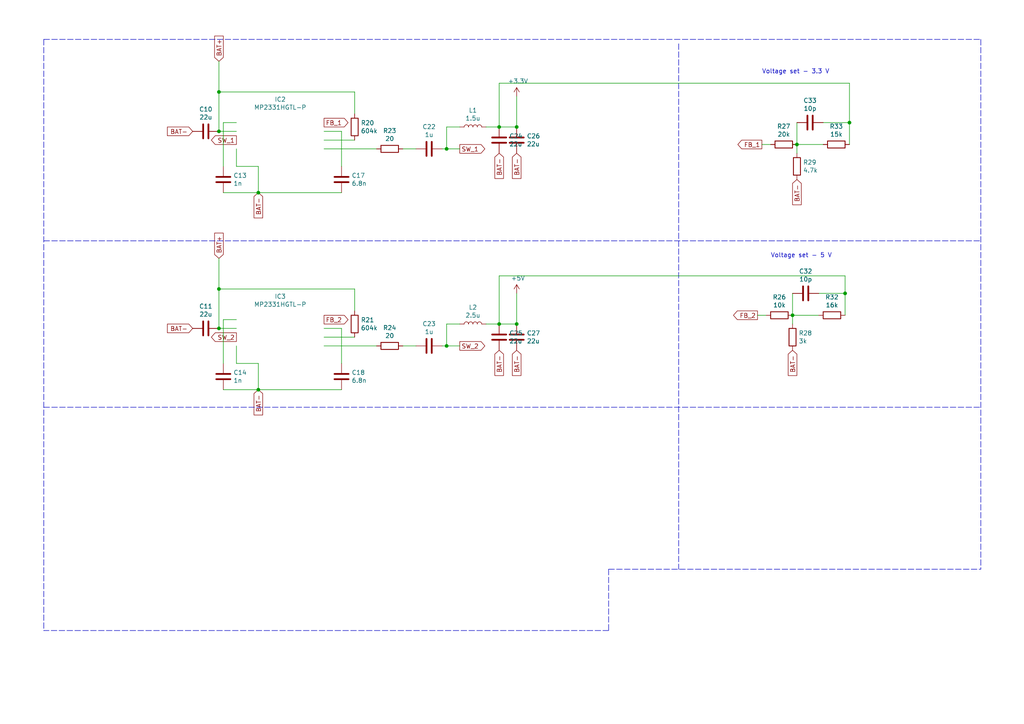
<source format=kicad_sch>
(kicad_sch (version 20211123) (generator eeschema)
  (paper "A4")
  (title_block (title "BMS QUADRUPED") (company "Janicki Bartosz") (comment 1 "v1.0"))
  (lib_symbols
    (symbol "Device:C" (pin_numbers hide) (pin_names (offset 0.254))
      (property "Reference" "C" (at 0.635 2.54 0))
      (property "Value" "C" (at 0.635 -2.54 0))
      (symbol "C_0_1"
        (polyline (pts (xy -2.032 -0.762) (xy 2.032 -0.762)) (stroke (width 0.508)))
        (polyline (pts (xy -2.032 0.762) (xy 2.032 0.762)) (stroke (width 0.508)))
      )
      (symbol "C_1_1"
        (pin passive line (at 0 3.81 270) (length 2.794) (name "~") (number "1"))
        (pin passive line (at 0 -3.81 90) (length 2.794) (name "~") (number "2"))
      )
    )
    (symbol "Device:L" (pin_numbers hide) (pin_names (offset 1.016) hide)
      (property "Reference" "L" (at -1.27 0 90))
      (property "Value" "L" (at 1.905 0 90))
      (symbol "L_0_1"
        (arc (start 0 -2.54) (mid 0.635 -1.905) (end 0 -1.27))
        (arc (start 0 -1.27) (mid 0.635 -0.635) (end 0 0))
        (arc (start 0 0) (mid 0.635 0.635) (end 0 1.27))
        (arc (start 0 1.27) (mid 0.635 1.905) (end 0 2.54))
      )
      (symbol "L_1_1"
        (pin passive line (at 0 3.81 270) (length 1.27) (name "1") (number "1"))
        (pin passive line (at 0 -3.81 90) (length 1.27) (name "2") (number "2"))
      )
    )
    (symbol "Device:R" (pin_numbers hide) (pin_names (offset 0))
      (property "Reference" "R" (at 2.032 0 90))
      (property "Value" "R" (at 0 0 90))
      (symbol "R_0_1"
        (rectangle (start -1.016 -2.54) (end 1.016 2.54) (stroke (width 0.254)))
      )
      (symbol "R_1_1"
        (pin passive line (at 0 3.81 270) (length 1.27) (name "~") (number "1"))
        (pin passive line (at 0 -3.81 90) (length 1.27) (name "~") (number "2"))
      )
    )
    (symbol "power:+3.3V" (power) (pin_names (offset 0))
      (property "Value" "+3.3V" (at 0 3.556 0))
      (symbol "+3.3V_0_1"
        (polyline (pts (xy -0.762 1.27) (xy 0 2.54)))
        (polyline (pts (xy 0 0) (xy 0 2.54)))
        (polyline (pts (xy 0 2.54) (xy 0.762 1.27)))
      )
      (symbol "+3.3V_1_1"
        (pin power_in line (at 0 0 90) (length 0) hide (name "+3.3V") (number "1"))
      )
    )
    (symbol "power:+5V" (power) (pin_names (offset 0))
      (property "Value" "+5V" (at 0 3.556 0))
      (symbol "+5V_0_1"
        (polyline (pts (xy -0.762 1.27) (xy 0 2.54)))
        (polyline (pts (xy 0 0) (xy 0 2.54)))
        (polyline (pts (xy 0 2.54) (xy 0.762 1.27)))
      )
      (symbol "+5V_1_1"
        (pin power_in line (at 0 0 90) (length 0) hide (name "+5V") (number "1"))
      )
    )
  )
  (junction (at 74.93 55.88))
  (junction (at 245.11 85.09))
  (junction (at 63.5 95.25))
  (junction (at 246.38 35.56))
  (junction (at 63.5 83.82))
  (junction (at 74.93 113.03))
  (junction (at 149.86 93.98))
  (junction (at 231.14 41.91))
  (junction (at 144.78 93.98))
  (junction (at 63.5 38.1))
  (junction (at 144.78 36.83))
  (junction (at 129.54 43.18))
  (junction (at 229.87 91.44))
  (junction (at 149.86 36.83))
  (junction (at 63.5 26.67))
  (junction (at 129.54 100.33))
  (wire (pts (xy 74.93 105.41) (xy 74.93 113.03)))
  (wire (pts (xy 68.58 35.56) (xy 64.77 35.56)))
  (wire (pts (xy 237.49 85.09) (xy 245.11 85.09)))
  (wire (pts (xy 144.78 36.83) (xy 149.86 36.83)))
  (wire (pts (xy 63.5 83.82) (xy 63.5 95.25)))
  (polyline (pts (xy 12.7 69.85) (xy 284.48 69.85)))
  (wire (pts (xy 149.86 85.09) (xy 149.86 93.98)))
  (wire (pts (xy 228.6 91.44) (xy 229.87 91.44)))
  (polyline (pts (xy 12.7 118.11) (xy 284.48 118.11)))
  (wire (pts (xy 140.97 93.98) (xy 144.78 93.98)))
  (wire (pts (xy 74.93 113.03) (xy 99.06 113.03)))
  (polyline (pts (xy 176.53 165.1) (xy 176.53 182.88)))
  (wire (pts (xy 64.77 92.71) (xy 64.77 105.41)))
  (wire (pts (xy 99.06 95.25) (xy 93.98 95.25)))
  (wire (pts (xy 93.98 40.64) (xy 102.87 40.64)))
  (wire (pts (xy 140.97 36.83) (xy 144.78 36.83)))
  (wire (pts (xy 102.87 33.02) (xy 102.87 26.67)))
  (wire (pts (xy 246.38 35.56) (xy 246.38 41.91)))
  (wire (pts (xy 68.58 48.26) (xy 74.93 48.26)))
  (wire (pts (xy 63.5 26.67) (xy 63.5 38.1)))
  (wire (pts (xy 74.93 48.26) (xy 74.93 55.88)))
  (wire (pts (xy 63.5 17.78) (xy 63.5 26.67)))
  (wire (pts (xy 129.54 93.98) (xy 133.35 93.98)))
  (wire (pts (xy 229.87 91.44) (xy 229.87 85.09)))
  (wire (pts (xy 238.76 35.56) (xy 246.38 35.56)))
  (wire (pts (xy 144.78 24.13) (xy 246.38 24.13)))
  (wire (pts (xy 63.5 38.1) (xy 68.58 38.1)))
  (wire (pts (xy 68.58 100.33) (xy 68.58 105.41)))
  (wire (pts (xy 99.06 48.26) (xy 99.06 38.1)))
  (wire (pts (xy 68.58 43.18) (xy 68.58 48.26)))
  (wire (pts (xy 149.86 27.94) (xy 149.86 36.83)))
  (polyline (pts (xy 284.48 11.43) (xy 284.48 165.1)))
  (polyline (pts (xy 12.7 11.43) (xy 284.48 11.43)))
  (wire (pts (xy 129.54 100.33) (xy 133.35 100.33)))
  (wire (pts (xy 68.58 105.41) (xy 74.93 105.41)))
  (wire (pts (xy 223.52 41.91) (xy 220.98 41.91)))
  (wire (pts (xy 102.87 90.17) (xy 102.87 83.82)))
  (wire (pts (xy 64.77 55.88) (xy 74.93 55.88)))
  (wire (pts (xy 144.78 36.83) (xy 144.78 24.13)))
  (wire (pts (xy 231.14 41.91) (xy 231.14 35.56)))
  (polyline (pts (xy 176.53 165.1) (xy 284.48 165.1)))
  (wire (pts (xy 144.78 93.98) (xy 149.86 93.98)))
  (wire (pts (xy 93.98 97.79) (xy 102.87 97.79)))
  (wire (pts (xy 129.54 43.18) (xy 129.54 36.83)))
  (wire (pts (xy 246.38 24.13) (xy 246.38 35.56)))
  (wire (pts (xy 64.77 113.03) (xy 74.93 113.03)))
  (wire (pts (xy 231.14 44.45) (xy 231.14 41.91)))
  (wire (pts (xy 128.27 100.33) (xy 129.54 100.33)))
  (wire (pts (xy 64.77 35.56) (xy 64.77 48.26)))
  (wire (pts (xy 74.93 55.88) (xy 99.06 55.88)))
  (wire (pts (xy 129.54 100.33) (xy 129.54 93.98)))
  (wire (pts (xy 129.54 36.83) (xy 133.35 36.83)))
  (wire (pts (xy 229.87 93.98) (xy 229.87 91.44)))
  (wire (pts (xy 245.11 80.01) (xy 245.11 85.09)))
  (wire (pts (xy 93.98 43.18) (xy 109.22 43.18)))
  (polyline (pts (xy 196.85 12.7) (xy 196.85 165.1)))
  (wire (pts (xy 116.84 43.18) (xy 120.65 43.18)))
  (wire (pts (xy 144.78 80.01) (xy 144.78 93.98)))
  (wire (pts (xy 63.5 74.93) (xy 63.5 83.82)))
  (wire (pts (xy 99.06 38.1) (xy 93.98 38.1)))
  (wire (pts (xy 231.14 41.91) (xy 238.76 41.91)))
  (wire (pts (xy 129.54 43.18) (xy 133.35 43.18)))
  (wire (pts (xy 102.87 83.82) (xy 63.5 83.82)))
  (wire (pts (xy 99.06 105.41) (xy 99.06 95.25)))
  (wire (pts (xy 102.87 26.67) (xy 63.5 26.67)))
  (polyline (pts (xy 12.7 11.43) (xy 12.7 182.88)))
  (polyline (pts (xy 176.53 182.88) (xy 12.7 182.88)))
  (wire (pts (xy 222.25 91.44) (xy 219.71 91.44)))
  (wire (pts (xy 245.11 85.09) (xy 245.11 91.44)))
  (wire (pts (xy 93.98 100.33) (xy 109.22 100.33)))
  (wire (pts (xy 116.84 100.33) (xy 120.65 100.33)))
  (wire (pts (xy 63.5 95.25) (xy 68.58 95.25)))
  (wire (pts (xy 229.87 41.91) (xy 231.14 41.91)))
  (wire (pts (xy 144.78 80.01) (xy 245.11 80.01)))
  (wire (pts (xy 229.87 91.44) (xy 237.49 91.44)))
  (wire (pts (xy 68.58 92.71) (xy 64.77 92.71)))
  (wire (pts (xy 128.27 43.18) (xy 129.54 43.18)))
  (text "Voltage set - 5 V" (at 223.52 74.93 0) (effects (font (size 1.27 1.27)) (justify left bottom)))
  (text "Voltage set - 3.3 V\n" (at 220.98 21.59 0) (effects (font (size 1.27 1.27)) (justify left bottom)))
  (global_label "BAT-" (shape input) (at 149.86 44.45 270) (property "Intersheet References" "${INTERSHEET_REFS}" (effects hide)))
  (global_label "BAT-" (shape input) (at 144.78 101.6 270) (property "Intersheet References" "${INTERSHEET_REFS}" (effects hide)))
  (global_label "FB_1" (shape output) (at 93.98 35.56 0) (property "Intersheet References" "${INTERSHEET_REFS}" (effects hide)))
  (global_label "BAT-" (shape input) (at 55.88 38.1 180) (property "Intersheet References" "${INTERSHEET_REFS}" (effects hide)))
  (global_label "BAT-" (shape input) (at 149.86 101.6 270) (property "Intersheet References" "${INTERSHEET_REFS}" (effects hide)))
  (global_label "FB_2" (shape output) (at 93.98 92.71 0) (property "Intersheet References" "${INTERSHEET_REFS}" (effects hide)))
  (global_label "BAT-" (shape input) (at 144.78 44.45 270) (property "Intersheet References" "${INTERSHEET_REFS}" (effects hide)))
  (global_label "SW_1" (shape output) (at 133.35 43.18 0) (property "Intersheet References" "${INTERSHEET_REFS}" (effects hide)))
  (global_label "FB_1" (shape output) (at 220.98 41.91 180) (property "Intersheet References" "${INTERSHEET_REFS}" (effects hide)))
  (global_label "BAT-" (shape input) (at 74.93 55.88 270) (property "Intersheet References" "${INTERSHEET_REFS}" (effects hide)))
  (global_label "SW_2" (shape output) (at 133.35 100.33 0) (property "Intersheet References" "${INTERSHEET_REFS}" (effects hide)))
  (global_label "BAT-" (shape input) (at 74.93 113.03 270) (property "Intersheet References" "${INTERSHEET_REFS}" (effects hide)))
  (global_label "SW_1" (shape output) (at 68.58 40.64 180) (property "Intersheet References" "${INTERSHEET_REFS}" (effects hide)))
  (global_label "FB_2" (shape output) (at 219.71 91.44 180) (property "Intersheet References" "${INTERSHEET_REFS}" (effects hide)))
  (global_label "BAT+" (shape input) (at 63.5 17.78 90) (property "Intersheet References" "${INTERSHEET_REFS}" (effects hide)))
  (global_label "BAT-" (shape input) (at 55.88 95.25 180) (property "Intersheet References" "${INTERSHEET_REFS}" (effects hide)))
  (global_label "BAT-" (shape input) (at 229.87 101.6 270) (property "Intersheet References" "${INTERSHEET_REFS}" (effects hide)))
  (global_label "SW_2" (shape output) (at 68.58 97.79 180) (property "Intersheet References" "${INTERSHEET_REFS}" (effects hide)))
  (global_label "BAT+" (shape input) (at 63.5 74.93 90) (property "Intersheet References" "${INTERSHEET_REFS}" (effects hide)))
  (global_label "BAT-" (shape input) (at 231.14 52.07 270) (property "Intersheet References" "${INTERSHEET_REFS}" (effects hide)))
  (symbol (lib_id "BMS_quadroped-rescue:MP2331HGTL-P-MP2331HGTL-P") (at 68.58 35.56 0) (unit 1)
    (property "Reference" "IC2" (at 81.28 28.829 0))
    (property "Value" "MP2331HGTL-P" (at 81.28 31.1404 0))
    (property "Footprint" "SamacSys_Parts:MP2331HGTLP" (effects hide))
    (property "Description" "Switching Voltage Regulators High-Efficiency, 2A, 24V, 1200kHz, Synchronous, Step-Down Converter" (effects hide))
    (property "Height" "0.6" (effects hide))
    (property "Mouser Part Number" "946-MP2331HGTL-P" (effects hide))
    (property "Mouser Price/Stock" "https://www.mouser.co.uk/ProductDetail/Monolithic-Power-Systems-MPS/MP2331HGTL-P?qs=%252B6g0mu59x7Ij5sy9rXVbTg%3D%3D" (effects hide))
    (property "Manufacturer_Name" "Monolithic Power Systems (MPS)" (effects hide))
    (property "Manufacturer_Part_Number" "MP2331HGTL-P" (effects hide))
  )
  (symbol (lib_id "Device:R") (at 102.87 36.83 0) (unit 1)
    (property "Reference" "R20" (at 104.648 35.6616 0) (effects (justify left)))
    (property "Value" "604k" (at 104.648 37.973 0) (effects (justify left)))
    (property "Footprint" "Resistor_SMD:R_0805_2012Metric" (effects hide))
  )
  (symbol (lib_id "Device:C") (at 99.06 52.07 0) (unit 1)
    (property "Reference" "C17" (at 101.981 50.9016 0) (effects (justify left)))
    (property "Value" "6.8n" (at 101.981 53.213 0) (effects (justify left)))
    (property "Footprint" "Capacitor_SMD:C_0805_2012Metric_Pad1.18x1.45mm_HandSolder" (effects hide))
  )
  (symbol (lib_id "Device:C") (at 64.77 52.07 0) (unit 1)
    (property "Reference" "C13" (at 67.691 50.9016 0) (effects (justify left)))
    (property "Value" "1n" (at 67.691 53.213 0) (effects (justify left)))
    (property "Footprint" "Capacitor_SMD:C_0805_2012Metric_Pad1.18x1.45mm_HandSolder" (effects hide))
  )
  (symbol (lib_id "Device:C") (at 59.69 38.1 270) (unit 1)
    (property "Reference" "C10" (at 59.69 31.6992 90))
    (property "Value" "22u" (at 59.69 34.0106 90))
    (property "Footprint" "Capacitor_SMD:C_0805_2012Metric_Pad1.18x1.45mm_HandSolder" (effects hide))
  )
  (symbol (lib_id "Device:R") (at 113.03 43.18 270) (unit 1)
    (property "Reference" "R23" (at 113.03 37.9222 90))
    (property "Value" "20" (at 113.03 40.2336 90))
    (property "Footprint" "Resistor_SMD:R_0805_2012Metric" (effects hide))
  )
  (symbol (lib_id "Device:C") (at 124.46 43.18 270) (unit 1)
    (property "Reference" "C22" (at 124.46 36.7792 90))
    (property "Value" "1u" (at 124.46 39.0906 90))
    (property "Footprint" "Capacitor_SMD:C_0805_2012Metric_Pad1.18x1.45mm_HandSolder" (effects hide))
  )
  (symbol (lib_id "Device:L") (at 137.16 36.83 90) (unit 1)
    (property "Reference" "L1" (at 137.16 32.004 90))
    (property "Value" "1.5u" (at 137.16 34.3154 90))
    (property "Footprint" "Inductor_SMD:L_Vishay_IHLP-1212" (effects hide))
  )
  (symbol (lib_id "Device:R") (at 227.33 41.91 270) (unit 1)
    (property "Reference" "R27" (at 227.33 36.6522 90))
    (property "Value" "20k" (at 227.33 38.9636 90))
    (property "Footprint" "Resistor_SMD:R_0805_2012Metric" (effects hide))
  )
  (symbol (lib_id "Device:R") (at 242.57 41.91 270) (unit 1)
    (property "Reference" "R33" (at 242.57 36.6522 90))
    (property "Value" "15k" (at 242.57 38.9636 90))
    (property "Footprint" "Resistor_SMD:R_0805_2012Metric" (effects hide))
  )
  (symbol (lib_id "Device:R") (at 231.14 48.26 180) (unit 1)
    (property "Reference" "R29" (at 232.918 47.0916 0) (effects (justify right)))
    (property "Value" "4.7k" (at 232.918 49.403 0) (effects (justify right)))
    (property "Footprint" "Resistor_SMD:R_0805_2012Metric" (effects hide))
  )
  (symbol (lib_id "Device:C") (at 234.95 35.56 270) (unit 1)
    (property "Reference" "C33" (at 234.95 29.1592 90))
    (property "Value" "10p" (at 234.95 31.4706 90))
    (property "Footprint" "Capacitor_SMD:C_0805_2012Metric_Pad1.18x1.45mm_HandSolder" (effects hide))
  )
  (symbol (lib_id "Device:C") (at 149.86 40.64 180) (unit 1)
    (property "Reference" "C26" (at 152.781 39.4716 0) (effects (justify right)))
    (property "Value" "22u" (at 152.781 41.783 0) (effects (justify right)))
    (property "Footprint" "Capacitor_SMD:C_0805_2012Metric_Pad1.18x1.45mm_HandSolder" (effects hide))
  )
  (symbol (lib_id "BMS_quadroped-rescue:MP2331HGTL-P-MP2331HGTL-P") (at 68.58 92.71 0) (unit 1)
    (property "Reference" "IC3" (at 81.28 85.979 0))
    (property "Value" "MP2331HGTL-P" (at 81.28 88.2904 0))
    (property "Footprint" "SamacSys_Parts:MP2331HGTLP" (effects hide))
    (property "Description" "Switching Voltage Regulators High-Efficiency, 2A, 24V, 1200kHz, Synchronous, Step-Down Converter" (effects hide))
    (property "Height" "0.6" (effects hide))
    (property "Mouser Part Number" "946-MP2331HGTL-P" (effects hide))
    (property "Mouser Price/Stock" "https://www.mouser.co.uk/ProductDetail/Monolithic-Power-Systems-MPS/MP2331HGTL-P?qs=%252B6g0mu59x7Ij5sy9rXVbTg%3D%3D" (effects hide))
    (property "Manufacturer_Name" "Monolithic Power Systems (MPS)" (effects hide))
    (property "Manufacturer_Part_Number" "MP2331HGTL-P" (effects hide))
  )
  (symbol (lib_id "Device:R") (at 102.87 93.98 0) (unit 1)
    (property "Reference" "R21" (at 104.648 92.8116 0) (effects (justify left)))
    (property "Value" "604k" (at 104.648 95.123 0) (effects (justify left)))
    (property "Footprint" "Resistor_SMD:R_0805_2012Metric" (effects hide))
  )
  (symbol (lib_id "Device:C") (at 99.06 109.22 0) (unit 1)
    (property "Reference" "C18" (at 101.981 108.0516 0) (effects (justify left)))
    (property "Value" "6.8n" (at 101.981 110.363 0) (effects (justify left)))
    (property "Footprint" "Capacitor_SMD:C_0805_2012Metric_Pad1.18x1.45mm_HandSolder" (effects hide))
  )
  (symbol (lib_id "Device:C") (at 64.77 109.22 0) (unit 1)
    (property "Reference" "C14" (at 67.691 108.0516 0) (effects (justify left)))
    (property "Value" "1n" (at 67.691 110.363 0) (effects (justify left)))
    (property "Footprint" "Capacitor_SMD:C_0805_2012Metric_Pad1.18x1.45mm_HandSolder" (effects hide))
  )
  (symbol (lib_id "Device:C") (at 59.69 95.25 270) (unit 1)
    (property "Reference" "C11" (at 59.69 88.8492 90))
    (property "Value" "22u" (at 59.69 91.1606 90))
    (property "Footprint" "Capacitor_SMD:C_0805_2012Metric_Pad1.18x1.45mm_HandSolder" (effects hide))
  )
  (symbol (lib_id "Device:R") (at 113.03 100.33 270) (unit 1)
    (property "Reference" "R24" (at 113.03 95.0722 90))
    (property "Value" "20" (at 113.03 97.3836 90))
    (property "Footprint" "Resistor_SMD:R_0805_2012Metric" (effects hide))
  )
  (symbol (lib_id "Device:C") (at 124.46 100.33 270) (unit 1)
    (property "Reference" "C23" (at 124.46 93.9292 90))
    (property "Value" "1u" (at 124.46 96.2406 90))
    (property "Footprint" "Capacitor_SMD:C_0805_2012Metric_Pad1.18x1.45mm_HandSolder" (effects hide))
  )
  (symbol (lib_id "Device:L") (at 137.16 93.98 90) (unit 1)
    (property "Reference" "L2" (at 137.16 89.154 90))
    (property "Value" "2.5u" (at 137.16 91.4654 90))
    (property "Footprint" "Inductor_SMD:L_Vishay_IHLP-1212" (effects hide))
  )
  (symbol (lib_id "Device:C") (at 149.86 97.79 180) (unit 1)
    (property "Reference" "C27" (at 152.781 96.6216 0) (effects (justify right)))
    (property "Value" "22u" (at 152.781 98.933 0) (effects (justify right)))
    (property "Footprint" "Capacitor_SMD:C_0805_2012Metric_Pad1.18x1.45mm_HandSolder" (effects hide))
  )
  (symbol (lib_id "Device:R") (at 226.06 91.44 270) (unit 1)
    (property "Reference" "R26" (at 226.06 86.1822 90))
    (property "Value" "10k" (at 226.06 88.4936 90))
    (property "Footprint" "Resistor_SMD:R_0805_2012Metric" (effects hide))
  )
  (symbol (lib_id "Device:R") (at 241.3 91.44 270) (unit 1)
    (property "Reference" "R32" (at 241.3 86.1822 90))
    (property "Value" "16k" (at 241.3 88.4936 90))
    (property "Footprint" "Resistor_SMD:R_0805_2012Metric" (effects hide))
  )
  (symbol (lib_id "Device:R") (at 229.87 97.79 180) (unit 1)
    (property "Reference" "R28" (at 231.648 96.6216 0) (effects (justify right)))
    (property "Value" "3k" (at 231.648 98.933 0) (effects (justify right)))
    (property "Footprint" "Resistor_SMD:R_0805_2012Metric" (effects hide))
  )
  (symbol (lib_id "Device:C") (at 233.68 85.09 270) (unit 1)
    (property "Reference" "C32" (at 233.68 78.6892 90))
    (property "Value" "10p" (at 233.68 81.0006 90))
    (property "Footprint" "Capacitor_SMD:C_0805_2012Metric_Pad1.18x1.45mm_HandSolder" (effects hide))
  )
  (symbol (lib_id "Device:C") (at 144.78 40.64 180) (unit 1)
    (property "Reference" "C24" (at 147.701 39.4716 0) (effects (justify right)))
    (property "Value" "22u" (at 147.701 41.783 0) (effects (justify right)))
    (property "Footprint" "Capacitor_SMD:C_0805_2012Metric_Pad1.18x1.45mm_HandSolder" (effects hide))
  )
  (symbol (lib_id "Device:C") (at 144.78 97.79 180) (unit 1)
    (property "Reference" "C25" (at 147.701 96.6216 0) (effects (justify right)))
    (property "Value" "22u" (at 147.701 98.933 0) (effects (justify right)))
    (property "Footprint" "Capacitor_SMD:C_0805_2012Metric_Pad1.18x1.45mm_HandSolder" (effects hide))
  )
  (symbol (lib_id "power:+3.3V") (at 149.86 27.94 0) (unit 1)
    (property "Reference" "#PWR017" (effects hide))
    (property "Value" "+3.3V" (at 150.241 23.5458 0))
  )
  (symbol (lib_id "power:+5V") (at 149.86 85.09 0) (unit 1)
    (property "Reference" "#PWR018" (effects hide))
    (property "Value" "+5V" (at 150.241 80.6958 0))
  )
)
</source>
